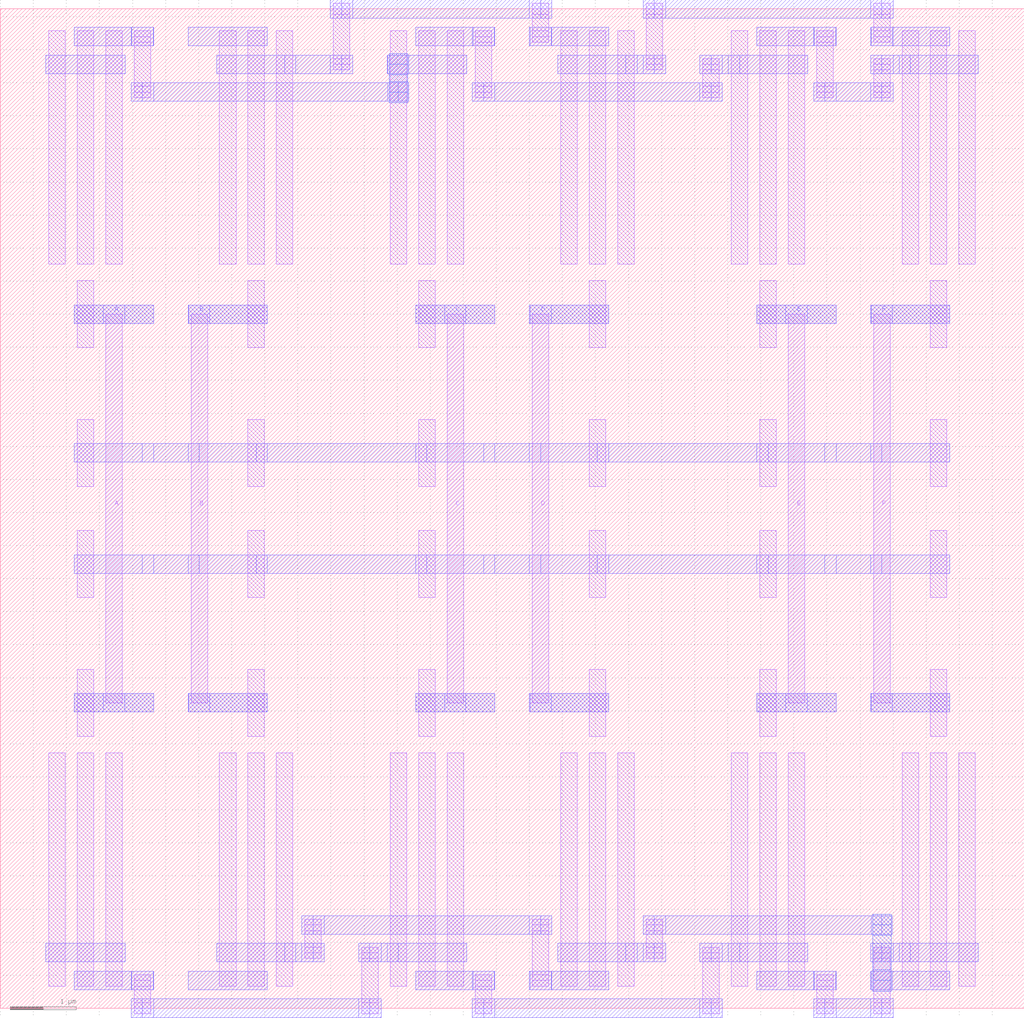
<source format=lef>
MACRO SECTION7
  ORIGIN 0 0 ;
  FOREIGN SECTION7 0 0 ;
  SIZE 15.48 BY 15.12 ;
  PIN C
    DIRECTION INOUT ;
    USE SIGNAL ;
    PORT 
      LAYER M2 ;
        RECT 6.28 4.48 7.48 4.76 ;
      LAYER M2 ;
        RECT 6.28 10.36 7.48 10.64 ;
      LAYER M2 ;
        RECT 6.72 4.48 7.04 4.76 ;
      LAYER M1 ;
        RECT 6.755 4.62 7.005 10.5 ;
      LAYER M2 ;
        RECT 6.72 10.36 7.04 10.64 ;
    END
  END C
  PIN E
    DIRECTION INOUT ;
    USE SIGNAL ;
    PORT 
      LAYER M2 ;
        RECT 11.44 4.48 12.64 4.76 ;
      LAYER M2 ;
        RECT 11.44 10.36 12.64 10.64 ;
      LAYER M2 ;
        RECT 11.88 4.48 12.2 4.76 ;
      LAYER M1 ;
        RECT 11.915 4.62 12.165 10.5 ;
      LAYER M2 ;
        RECT 11.88 10.36 12.2 10.64 ;
    END
  END E
  PIN D
    DIRECTION INOUT ;
    USE SIGNAL ;
    PORT 
      LAYER M2 ;
        RECT 8 4.48 9.2 4.76 ;
      LAYER M2 ;
        RECT 8 10.36 9.2 10.64 ;
      LAYER M2 ;
        RECT 8.01 4.48 8.33 4.76 ;
      LAYER M1 ;
        RECT 8.045 4.62 8.295 10.5 ;
      LAYER M2 ;
        RECT 8.01 10.36 8.33 10.64 ;
    END
  END D
  PIN F
    DIRECTION INOUT ;
    USE SIGNAL ;
    PORT 
      LAYER M2 ;
        RECT 13.16 4.48 14.36 4.76 ;
      LAYER M2 ;
        RECT 13.16 10.36 14.36 10.64 ;
      LAYER M2 ;
        RECT 13.17 4.48 13.49 4.76 ;
      LAYER M1 ;
        RECT 13.205 4.62 13.455 10.5 ;
      LAYER M2 ;
        RECT 13.17 10.36 13.49 10.64 ;
    END
  END F
  PIN A
    DIRECTION INOUT ;
    USE SIGNAL ;
    PORT 
      LAYER M2 ;
        RECT 1.12 4.48 2.32 4.76 ;
      LAYER M2 ;
        RECT 1.12 10.36 2.32 10.64 ;
      LAYER M2 ;
        RECT 1.56 4.48 1.88 4.76 ;
      LAYER M1 ;
        RECT 1.595 4.62 1.845 10.5 ;
      LAYER M2 ;
        RECT 1.56 10.36 1.88 10.64 ;
    END
  END A
  PIN B
    DIRECTION INOUT ;
    USE SIGNAL ;
    PORT 
      LAYER M2 ;
        RECT 2.84 4.48 4.04 4.76 ;
      LAYER M2 ;
        RECT 2.84 10.36 4.04 10.64 ;
      LAYER M2 ;
        RECT 2.85 4.48 3.17 4.76 ;
      LAYER M1 ;
        RECT 2.885 4.62 3.135 10.5 ;
      LAYER M2 ;
        RECT 2.85 10.36 3.17 10.64 ;
    END
  END B
  OBS 
  LAYER M2 ;
        RECT 1.12 6.58 2.32 6.86 ;
  LAYER M2 ;
        RECT 2.84 6.58 4.04 6.86 ;
  LAYER M2 ;
        RECT 6.28 6.58 7.48 6.86 ;
  LAYER M2 ;
        RECT 8 6.58 9.2 6.86 ;
  LAYER M2 ;
        RECT 11.44 6.58 12.64 6.86 ;
  LAYER M2 ;
        RECT 13.16 6.58 14.36 6.86 ;
  LAYER M2 ;
        RECT 2.15 6.58 3.01 6.86 ;
  LAYER M2 ;
        RECT 3.87 6.58 6.45 6.86 ;
  LAYER M2 ;
        RECT 7.31 6.58 8.17 6.86 ;
  LAYER M2 ;
        RECT 9.03 6.58 11.61 6.86 ;
  LAYER M2 ;
        RECT 12.47 6.58 13.33 6.86 ;
  LAYER M2 ;
        RECT 6.28 0.28 7.48 0.56 ;
  LAYER M2 ;
        RECT 11.01 0.7 12.21 0.98 ;
  LAYER M2 ;
        RECT 7.15 0.28 7.47 0.56 ;
  LAYER M1 ;
        RECT 7.185 0 7.435 0.42 ;
  LAYER M2 ;
        RECT 7.31 -0.14 10.75 0.14 ;
  LAYER M1 ;
        RECT 10.625 0 10.875 0.84 ;
  LAYER M2 ;
        RECT 10.75 0.7 11.18 0.98 ;
  LAYER M1 ;
        RECT 7.185 -0.085 7.435 0.085 ;
  LAYER M2 ;
        RECT 7.14 -0.14 7.48 0.14 ;
  LAYER M1 ;
        RECT 7.185 0.335 7.435 0.505 ;
  LAYER M2 ;
        RECT 7.14 0.28 7.48 0.56 ;
  LAYER M1 ;
        RECT 10.625 -0.085 10.875 0.085 ;
  LAYER M2 ;
        RECT 10.58 -0.14 10.92 0.14 ;
  LAYER M1 ;
        RECT 10.625 0.755 10.875 0.925 ;
  LAYER M2 ;
        RECT 10.58 0.7 10.92 0.98 ;
  LAYER M1 ;
        RECT 7.185 -0.085 7.435 0.085 ;
  LAYER M2 ;
        RECT 7.14 -0.14 7.48 0.14 ;
  LAYER M1 ;
        RECT 7.185 0.335 7.435 0.505 ;
  LAYER M2 ;
        RECT 7.14 0.28 7.48 0.56 ;
  LAYER M1 ;
        RECT 10.625 -0.085 10.875 0.085 ;
  LAYER M2 ;
        RECT 10.58 -0.14 10.92 0.14 ;
  LAYER M1 ;
        RECT 10.625 0.755 10.875 0.925 ;
  LAYER M2 ;
        RECT 10.58 0.7 10.92 0.98 ;
  LAYER M2 ;
        RECT 1.12 0.28 2.32 0.56 ;
  LAYER M2 ;
        RECT 5.85 0.7 7.05 0.98 ;
  LAYER M2 ;
        RECT 1.99 0.28 2.31 0.56 ;
  LAYER M1 ;
        RECT 2.025 0 2.275 0.42 ;
  LAYER M2 ;
        RECT 2.15 -0.14 5.59 0.14 ;
  LAYER M1 ;
        RECT 5.465 0 5.715 0.84 ;
  LAYER M2 ;
        RECT 5.59 0.7 6.02 0.98 ;
  LAYER M1 ;
        RECT 2.025 -0.085 2.275 0.085 ;
  LAYER M2 ;
        RECT 1.98 -0.14 2.32 0.14 ;
  LAYER M1 ;
        RECT 2.025 0.335 2.275 0.505 ;
  LAYER M2 ;
        RECT 1.98 0.28 2.32 0.56 ;
  LAYER M1 ;
        RECT 5.465 -0.085 5.715 0.085 ;
  LAYER M2 ;
        RECT 5.42 -0.14 5.76 0.14 ;
  LAYER M1 ;
        RECT 5.465 0.755 5.715 0.925 ;
  LAYER M2 ;
        RECT 5.42 0.7 5.76 0.98 ;
  LAYER M1 ;
        RECT 2.025 -0.085 2.275 0.085 ;
  LAYER M2 ;
        RECT 1.98 -0.14 2.32 0.14 ;
  LAYER M1 ;
        RECT 2.025 0.335 2.275 0.505 ;
  LAYER M2 ;
        RECT 1.98 0.28 2.32 0.56 ;
  LAYER M1 ;
        RECT 5.465 -0.085 5.715 0.085 ;
  LAYER M2 ;
        RECT 5.42 -0.14 5.76 0.14 ;
  LAYER M1 ;
        RECT 5.465 0.755 5.715 0.925 ;
  LAYER M2 ;
        RECT 5.42 0.7 5.76 0.98 ;
  LAYER M2 ;
        RECT 11.44 0.28 12.64 0.56 ;
  LAYER M2 ;
        RECT 13.59 0.7 14.79 0.98 ;
  LAYER M2 ;
        RECT 12.31 0.28 12.63 0.56 ;
  LAYER M1 ;
        RECT 12.345 0 12.595 0.42 ;
  LAYER M2 ;
        RECT 12.47 -0.14 13.33 0.14 ;
  LAYER M1 ;
        RECT 13.205 0 13.455 0.84 ;
  LAYER M2 ;
        RECT 13.33 0.7 13.76 0.98 ;
  LAYER M1 ;
        RECT 12.345 -0.085 12.595 0.085 ;
  LAYER M2 ;
        RECT 12.3 -0.14 12.64 0.14 ;
  LAYER M1 ;
        RECT 12.345 0.335 12.595 0.505 ;
  LAYER M2 ;
        RECT 12.3 0.28 12.64 0.56 ;
  LAYER M1 ;
        RECT 13.205 -0.085 13.455 0.085 ;
  LAYER M2 ;
        RECT 13.16 -0.14 13.5 0.14 ;
  LAYER M1 ;
        RECT 13.205 0.755 13.455 0.925 ;
  LAYER M2 ;
        RECT 13.16 0.7 13.5 0.98 ;
  LAYER M1 ;
        RECT 12.345 -0.085 12.595 0.085 ;
  LAYER M2 ;
        RECT 12.3 -0.14 12.64 0.14 ;
  LAYER M1 ;
        RECT 12.345 0.335 12.595 0.505 ;
  LAYER M2 ;
        RECT 12.3 0.28 12.64 0.56 ;
  LAYER M1 ;
        RECT 13.205 -0.085 13.455 0.085 ;
  LAYER M2 ;
        RECT 13.16 -0.14 13.5 0.14 ;
  LAYER M1 ;
        RECT 13.205 0.755 13.455 0.925 ;
  LAYER M2 ;
        RECT 13.16 0.7 13.5 0.98 ;
  LAYER M2 ;
        RECT 3.27 0.7 4.47 0.98 ;
  LAYER M2 ;
        RECT 8 0.28 9.2 0.56 ;
  LAYER M2 ;
        RECT 4.3 0.7 4.73 0.98 ;
  LAYER M1 ;
        RECT 4.605 0.84 4.855 1.26 ;
  LAYER M2 ;
        RECT 4.73 1.12 8.17 1.4 ;
  LAYER M1 ;
        RECT 8.045 0.42 8.295 1.26 ;
  LAYER M2 ;
        RECT 8.01 0.28 8.33 0.56 ;
  LAYER M1 ;
        RECT 4.605 0.755 4.855 0.925 ;
  LAYER M2 ;
        RECT 4.56 0.7 4.9 0.98 ;
  LAYER M1 ;
        RECT 4.605 1.175 4.855 1.345 ;
  LAYER M2 ;
        RECT 4.56 1.12 4.9 1.4 ;
  LAYER M1 ;
        RECT 8.045 0.335 8.295 0.505 ;
  LAYER M2 ;
        RECT 8 0.28 8.34 0.56 ;
  LAYER M1 ;
        RECT 8.045 1.175 8.295 1.345 ;
  LAYER M2 ;
        RECT 8 1.12 8.34 1.4 ;
  LAYER M1 ;
        RECT 4.605 0.755 4.855 0.925 ;
  LAYER M2 ;
        RECT 4.56 0.7 4.9 0.98 ;
  LAYER M1 ;
        RECT 4.605 1.175 4.855 1.345 ;
  LAYER M2 ;
        RECT 4.56 1.12 4.9 1.4 ;
  LAYER M1 ;
        RECT 8.045 0.335 8.295 0.505 ;
  LAYER M2 ;
        RECT 8 0.28 8.34 0.56 ;
  LAYER M1 ;
        RECT 8.045 1.175 8.295 1.345 ;
  LAYER M2 ;
        RECT 8 1.12 8.34 1.4 ;
  LAYER M2 ;
        RECT 8.43 0.7 9.63 0.98 ;
  LAYER M2 ;
        RECT 13.16 0.28 14.36 0.56 ;
  LAYER M2 ;
        RECT 9.46 0.7 9.89 0.98 ;
  LAYER M1 ;
        RECT 9.765 0.84 10.015 1.26 ;
  LAYER M2 ;
        RECT 9.89 1.12 13.33 1.4 ;
  LAYER M3 ;
        RECT 13.19 0.42 13.47 1.26 ;
  LAYER M2 ;
        RECT 13.17 0.28 13.49 0.56 ;
  LAYER M1 ;
        RECT 9.765 0.755 10.015 0.925 ;
  LAYER M2 ;
        RECT 9.72 0.7 10.06 0.98 ;
  LAYER M1 ;
        RECT 9.765 1.175 10.015 1.345 ;
  LAYER M2 ;
        RECT 9.72 1.12 10.06 1.4 ;
  LAYER M2 ;
        RECT 13.17 0.28 13.49 0.56 ;
  LAYER M3 ;
        RECT 13.19 0.26 13.47 0.58 ;
  LAYER M2 ;
        RECT 13.17 1.12 13.49 1.4 ;
  LAYER M3 ;
        RECT 13.19 1.1 13.47 1.42 ;
  LAYER M1 ;
        RECT 9.765 0.755 10.015 0.925 ;
  LAYER M2 ;
        RECT 9.72 0.7 10.06 0.98 ;
  LAYER M1 ;
        RECT 9.765 1.175 10.015 1.345 ;
  LAYER M2 ;
        RECT 9.72 1.12 10.06 1.4 ;
  LAYER M2 ;
        RECT 13.17 0.28 13.49 0.56 ;
  LAYER M3 ;
        RECT 13.19 0.26 13.47 0.58 ;
  LAYER M2 ;
        RECT 13.17 1.12 13.49 1.4 ;
  LAYER M3 ;
        RECT 13.19 1.1 13.47 1.42 ;
  LAYER M2 ;
        RECT 0.69 0.7 1.89 0.98 ;
  LAYER M2 ;
        RECT 2.84 0.28 4.04 0.56 ;
  LAYER M2 ;
        RECT 1.12 8.26 2.32 8.54 ;
  LAYER M2 ;
        RECT 2.84 8.26 4.04 8.54 ;
  LAYER M2 ;
        RECT 6.28 8.26 7.48 8.54 ;
  LAYER M2 ;
        RECT 8 8.26 9.2 8.54 ;
  LAYER M2 ;
        RECT 11.44 8.26 12.64 8.54 ;
  LAYER M2 ;
        RECT 13.16 8.26 14.36 8.54 ;
  LAYER M2 ;
        RECT 2.15 8.26 3.01 8.54 ;
  LAYER M2 ;
        RECT 3.87 8.26 6.45 8.54 ;
  LAYER M2 ;
        RECT 7.31 8.26 8.17 8.54 ;
  LAYER M2 ;
        RECT 9.03 8.26 11.61 8.54 ;
  LAYER M2 ;
        RECT 12.47 8.26 13.33 8.54 ;
  LAYER M2 ;
        RECT 11.44 14.56 12.64 14.84 ;
  LAYER M2 ;
        RECT 13.59 14.14 14.79 14.42 ;
  LAYER M2 ;
        RECT 12.31 14.56 12.63 14.84 ;
  LAYER M1 ;
        RECT 12.345 13.86 12.595 14.7 ;
  LAYER M2 ;
        RECT 12.47 13.72 13.33 14 ;
  LAYER M1 ;
        RECT 13.205 13.86 13.455 14.28 ;
  LAYER M2 ;
        RECT 13.33 14.14 13.76 14.42 ;
  LAYER M1 ;
        RECT 12.345 13.775 12.595 13.945 ;
  LAYER M2 ;
        RECT 12.3 13.72 12.64 14 ;
  LAYER M1 ;
        RECT 12.345 14.615 12.595 14.785 ;
  LAYER M2 ;
        RECT 12.3 14.56 12.64 14.84 ;
  LAYER M1 ;
        RECT 13.205 13.775 13.455 13.945 ;
  LAYER M2 ;
        RECT 13.16 13.72 13.5 14 ;
  LAYER M1 ;
        RECT 13.205 14.195 13.455 14.365 ;
  LAYER M2 ;
        RECT 13.16 14.14 13.5 14.42 ;
  LAYER M1 ;
        RECT 12.345 13.775 12.595 13.945 ;
  LAYER M2 ;
        RECT 12.3 13.72 12.64 14 ;
  LAYER M1 ;
        RECT 12.345 14.615 12.595 14.785 ;
  LAYER M2 ;
        RECT 12.3 14.56 12.64 14.84 ;
  LAYER M1 ;
        RECT 13.205 13.775 13.455 13.945 ;
  LAYER M2 ;
        RECT 13.16 13.72 13.5 14 ;
  LAYER M1 ;
        RECT 13.205 14.195 13.455 14.365 ;
  LAYER M2 ;
        RECT 13.16 14.14 13.5 14.42 ;
  LAYER M2 ;
        RECT 6.28 14.56 7.48 14.84 ;
  LAYER M2 ;
        RECT 11.01 14.14 12.21 14.42 ;
  LAYER M2 ;
        RECT 7.15 14.56 7.47 14.84 ;
  LAYER M1 ;
        RECT 7.185 13.86 7.435 14.7 ;
  LAYER M2 ;
        RECT 7.31 13.72 10.75 14 ;
  LAYER M1 ;
        RECT 10.625 13.86 10.875 14.28 ;
  LAYER M2 ;
        RECT 10.75 14.14 11.18 14.42 ;
  LAYER M1 ;
        RECT 7.185 13.775 7.435 13.945 ;
  LAYER M2 ;
        RECT 7.14 13.72 7.48 14 ;
  LAYER M1 ;
        RECT 7.185 14.615 7.435 14.785 ;
  LAYER M2 ;
        RECT 7.14 14.56 7.48 14.84 ;
  LAYER M1 ;
        RECT 10.625 13.775 10.875 13.945 ;
  LAYER M2 ;
        RECT 10.58 13.72 10.92 14 ;
  LAYER M1 ;
        RECT 10.625 14.195 10.875 14.365 ;
  LAYER M2 ;
        RECT 10.58 14.14 10.92 14.42 ;
  LAYER M1 ;
        RECT 7.185 13.775 7.435 13.945 ;
  LAYER M2 ;
        RECT 7.14 13.72 7.48 14 ;
  LAYER M1 ;
        RECT 7.185 14.615 7.435 14.785 ;
  LAYER M2 ;
        RECT 7.14 14.56 7.48 14.84 ;
  LAYER M1 ;
        RECT 10.625 13.775 10.875 13.945 ;
  LAYER M2 ;
        RECT 10.58 13.72 10.92 14 ;
  LAYER M1 ;
        RECT 10.625 14.195 10.875 14.365 ;
  LAYER M2 ;
        RECT 10.58 14.14 10.92 14.42 ;
  LAYER M2 ;
        RECT 2.84 14.56 4.04 14.84 ;
  LAYER M2 ;
        RECT 3.27 14.14 4.47 14.42 ;
  LAYER M2 ;
        RECT 8 14.56 9.2 14.84 ;
  LAYER M2 ;
        RECT 4.3 14.14 5.16 14.42 ;
  LAYER M1 ;
        RECT 5.035 14.28 5.285 15.12 ;
  LAYER M2 ;
        RECT 5.16 14.98 8.17 15.26 ;
  LAYER M1 ;
        RECT 8.045 14.7 8.295 15.12 ;
  LAYER M2 ;
        RECT 8.01 14.56 8.33 14.84 ;
  LAYER M1 ;
        RECT 5.035 14.195 5.285 14.365 ;
  LAYER M2 ;
        RECT 4.99 14.14 5.33 14.42 ;
  LAYER M1 ;
        RECT 5.035 15.035 5.285 15.205 ;
  LAYER M2 ;
        RECT 4.99 14.98 5.33 15.26 ;
  LAYER M1 ;
        RECT 8.045 14.615 8.295 14.785 ;
  LAYER M2 ;
        RECT 8 14.56 8.34 14.84 ;
  LAYER M1 ;
        RECT 8.045 15.035 8.295 15.205 ;
  LAYER M2 ;
        RECT 8 14.98 8.34 15.26 ;
  LAYER M1 ;
        RECT 5.035 14.195 5.285 14.365 ;
  LAYER M2 ;
        RECT 4.99 14.14 5.33 14.42 ;
  LAYER M1 ;
        RECT 5.035 15.035 5.285 15.205 ;
  LAYER M2 ;
        RECT 4.99 14.98 5.33 15.26 ;
  LAYER M1 ;
        RECT 8.045 14.615 8.295 14.785 ;
  LAYER M2 ;
        RECT 8 14.56 8.34 14.84 ;
  LAYER M1 ;
        RECT 8.045 15.035 8.295 15.205 ;
  LAYER M2 ;
        RECT 8 14.98 8.34 15.26 ;
  LAYER M2 ;
        RECT 1.12 14.56 2.32 14.84 ;
  LAYER M2 ;
        RECT 5.85 14.14 7.05 14.42 ;
  LAYER M2 ;
        RECT 1.99 14.56 2.31 14.84 ;
  LAYER M1 ;
        RECT 2.025 13.86 2.275 14.7 ;
  LAYER M2 ;
        RECT 2.15 13.72 6.02 14 ;
  LAYER M3 ;
        RECT 5.88 13.86 6.16 14.28 ;
  LAYER M2 ;
        RECT 5.86 14.14 6.18 14.42 ;
  LAYER M1 ;
        RECT 2.025 13.775 2.275 13.945 ;
  LAYER M2 ;
        RECT 1.98 13.72 2.32 14 ;
  LAYER M1 ;
        RECT 2.025 14.615 2.275 14.785 ;
  LAYER M2 ;
        RECT 1.98 14.56 2.32 14.84 ;
  LAYER M2 ;
        RECT 5.86 13.72 6.18 14 ;
  LAYER M3 ;
        RECT 5.88 13.7 6.16 14.02 ;
  LAYER M2 ;
        RECT 5.86 14.14 6.18 14.42 ;
  LAYER M3 ;
        RECT 5.88 14.12 6.16 14.44 ;
  LAYER M1 ;
        RECT 2.025 13.775 2.275 13.945 ;
  LAYER M2 ;
        RECT 1.98 13.72 2.32 14 ;
  LAYER M1 ;
        RECT 2.025 14.615 2.275 14.785 ;
  LAYER M2 ;
        RECT 1.98 14.56 2.32 14.84 ;
  LAYER M2 ;
        RECT 5.86 13.72 6.18 14 ;
  LAYER M3 ;
        RECT 5.88 13.7 6.16 14.02 ;
  LAYER M2 ;
        RECT 5.86 14.14 6.18 14.42 ;
  LAYER M3 ;
        RECT 5.88 14.12 6.16 14.44 ;
  LAYER M2 ;
        RECT 8.43 14.14 9.63 14.42 ;
  LAYER M2 ;
        RECT 13.16 14.56 14.36 14.84 ;
  LAYER M2 ;
        RECT 9.46 14.14 9.89 14.42 ;
  LAYER M1 ;
        RECT 9.765 14.28 10.015 15.12 ;
  LAYER M2 ;
        RECT 9.89 14.98 13.33 15.26 ;
  LAYER M1 ;
        RECT 13.205 14.7 13.455 15.12 ;
  LAYER M2 ;
        RECT 13.17 14.56 13.49 14.84 ;
  LAYER M1 ;
        RECT 9.765 14.195 10.015 14.365 ;
  LAYER M2 ;
        RECT 9.72 14.14 10.06 14.42 ;
  LAYER M1 ;
        RECT 9.765 15.035 10.015 15.205 ;
  LAYER M2 ;
        RECT 9.72 14.98 10.06 15.26 ;
  LAYER M1 ;
        RECT 13.205 14.615 13.455 14.785 ;
  LAYER M2 ;
        RECT 13.16 14.56 13.5 14.84 ;
  LAYER M1 ;
        RECT 13.205 15.035 13.455 15.205 ;
  LAYER M2 ;
        RECT 13.16 14.98 13.5 15.26 ;
  LAYER M1 ;
        RECT 9.765 14.195 10.015 14.365 ;
  LAYER M2 ;
        RECT 9.72 14.14 10.06 14.42 ;
  LAYER M1 ;
        RECT 9.765 15.035 10.015 15.205 ;
  LAYER M2 ;
        RECT 9.72 14.98 10.06 15.26 ;
  LAYER M1 ;
        RECT 13.205 14.615 13.455 14.785 ;
  LAYER M2 ;
        RECT 13.16 14.56 13.5 14.84 ;
  LAYER M1 ;
        RECT 13.205 15.035 13.455 15.205 ;
  LAYER M2 ;
        RECT 13.16 14.98 13.5 15.26 ;
  LAYER M2 ;
        RECT 0.69 14.14 1.89 14.42 ;
  LAYER M1 ;
        RECT 6.325 0.335 6.575 3.865 ;
  LAYER M1 ;
        RECT 6.325 4.115 6.575 5.125 ;
  LAYER M1 ;
        RECT 6.325 6.215 6.575 7.225 ;
  LAYER M1 ;
        RECT 6.755 0.335 7.005 3.865 ;
  LAYER M1 ;
        RECT 5.895 0.335 6.145 3.865 ;
  LAYER M2 ;
        RECT 6.28 6.58 7.48 6.86 ;
  LAYER M2 ;
        RECT 6.28 0.28 7.48 0.56 ;
  LAYER M2 ;
        RECT 6.28 4.48 7.48 4.76 ;
  LAYER M2 ;
        RECT 5.85 0.7 7.05 0.98 ;
  LAYER M1 ;
        RECT 11.485 0.335 11.735 3.865 ;
  LAYER M1 ;
        RECT 11.485 4.115 11.735 5.125 ;
  LAYER M1 ;
        RECT 11.485 6.215 11.735 7.225 ;
  LAYER M1 ;
        RECT 11.915 0.335 12.165 3.865 ;
  LAYER M1 ;
        RECT 11.055 0.335 11.305 3.865 ;
  LAYER M2 ;
        RECT 11.44 6.58 12.64 6.86 ;
  LAYER M2 ;
        RECT 11.44 0.28 12.64 0.56 ;
  LAYER M2 ;
        RECT 11.44 4.48 12.64 4.76 ;
  LAYER M2 ;
        RECT 11.01 0.7 12.21 0.98 ;
  LAYER M1 ;
        RECT 8.905 0.335 9.155 3.865 ;
  LAYER M1 ;
        RECT 8.905 4.115 9.155 5.125 ;
  LAYER M1 ;
        RECT 8.905 6.215 9.155 7.225 ;
  LAYER M1 ;
        RECT 8.475 0.335 8.725 3.865 ;
  LAYER M1 ;
        RECT 9.335 0.335 9.585 3.865 ;
  LAYER M2 ;
        RECT 8 6.58 9.2 6.86 ;
  LAYER M2 ;
        RECT 8 0.28 9.2 0.56 ;
  LAYER M2 ;
        RECT 8 4.48 9.2 4.76 ;
  LAYER M2 ;
        RECT 8.43 0.7 9.63 0.98 ;
  LAYER M1 ;
        RECT 14.065 0.335 14.315 3.865 ;
  LAYER M1 ;
        RECT 14.065 4.115 14.315 5.125 ;
  LAYER M1 ;
        RECT 14.065 6.215 14.315 7.225 ;
  LAYER M1 ;
        RECT 13.635 0.335 13.885 3.865 ;
  LAYER M1 ;
        RECT 14.495 0.335 14.745 3.865 ;
  LAYER M2 ;
        RECT 13.16 6.58 14.36 6.86 ;
  LAYER M2 ;
        RECT 13.16 0.28 14.36 0.56 ;
  LAYER M2 ;
        RECT 13.16 4.48 14.36 4.76 ;
  LAYER M2 ;
        RECT 13.59 0.7 14.79 0.98 ;
  LAYER M1 ;
        RECT 1.165 0.335 1.415 3.865 ;
  LAYER M1 ;
        RECT 1.165 4.115 1.415 5.125 ;
  LAYER M1 ;
        RECT 1.165 6.215 1.415 7.225 ;
  LAYER M1 ;
        RECT 1.595 0.335 1.845 3.865 ;
  LAYER M1 ;
        RECT 0.735 0.335 0.985 3.865 ;
  LAYER M2 ;
        RECT 1.12 6.58 2.32 6.86 ;
  LAYER M2 ;
        RECT 1.12 0.28 2.32 0.56 ;
  LAYER M2 ;
        RECT 1.12 4.48 2.32 4.76 ;
  LAYER M2 ;
        RECT 0.69 0.7 1.89 0.98 ;
  LAYER M1 ;
        RECT 3.745 0.335 3.995 3.865 ;
  LAYER M1 ;
        RECT 3.745 4.115 3.995 5.125 ;
  LAYER M1 ;
        RECT 3.745 6.215 3.995 7.225 ;
  LAYER M1 ;
        RECT 3.315 0.335 3.565 3.865 ;
  LAYER M1 ;
        RECT 4.175 0.335 4.425 3.865 ;
  LAYER M2 ;
        RECT 2.84 6.58 4.04 6.86 ;
  LAYER M2 ;
        RECT 2.84 0.28 4.04 0.56 ;
  LAYER M2 ;
        RECT 2.84 4.48 4.04 4.76 ;
  LAYER M2 ;
        RECT 3.27 0.7 4.47 0.98 ;
  LAYER M1 ;
        RECT 11.485 11.255 11.735 14.785 ;
  LAYER M1 ;
        RECT 11.485 9.995 11.735 11.005 ;
  LAYER M1 ;
        RECT 11.485 7.895 11.735 8.905 ;
  LAYER M1 ;
        RECT 11.915 11.255 12.165 14.785 ;
  LAYER M1 ;
        RECT 11.055 11.255 11.305 14.785 ;
  LAYER M2 ;
        RECT 11.44 8.26 12.64 8.54 ;
  LAYER M2 ;
        RECT 11.44 14.56 12.64 14.84 ;
  LAYER M2 ;
        RECT 11.44 10.36 12.64 10.64 ;
  LAYER M2 ;
        RECT 11.01 14.14 12.21 14.42 ;
  LAYER M1 ;
        RECT 3.745 11.255 3.995 14.785 ;
  LAYER M1 ;
        RECT 3.745 9.995 3.995 11.005 ;
  LAYER M1 ;
        RECT 3.745 7.895 3.995 8.905 ;
  LAYER M1 ;
        RECT 3.315 11.255 3.565 14.785 ;
  LAYER M1 ;
        RECT 4.175 11.255 4.425 14.785 ;
  LAYER M2 ;
        RECT 2.84 8.26 4.04 8.54 ;
  LAYER M2 ;
        RECT 2.84 14.56 4.04 14.84 ;
  LAYER M2 ;
        RECT 2.84 10.36 4.04 10.64 ;
  LAYER M2 ;
        RECT 3.27 14.14 4.47 14.42 ;
  LAYER M1 ;
        RECT 6.325 11.255 6.575 14.785 ;
  LAYER M1 ;
        RECT 6.325 9.995 6.575 11.005 ;
  LAYER M1 ;
        RECT 6.325 7.895 6.575 8.905 ;
  LAYER M1 ;
        RECT 6.755 11.255 7.005 14.785 ;
  LAYER M1 ;
        RECT 5.895 11.255 6.145 14.785 ;
  LAYER M2 ;
        RECT 6.28 8.26 7.48 8.54 ;
  LAYER M2 ;
        RECT 6.28 14.56 7.48 14.84 ;
  LAYER M2 ;
        RECT 6.28 10.36 7.48 10.64 ;
  LAYER M2 ;
        RECT 5.85 14.14 7.05 14.42 ;
  LAYER M1 ;
        RECT 8.905 11.255 9.155 14.785 ;
  LAYER M1 ;
        RECT 8.905 9.995 9.155 11.005 ;
  LAYER M1 ;
        RECT 8.905 7.895 9.155 8.905 ;
  LAYER M1 ;
        RECT 8.475 11.255 8.725 14.785 ;
  LAYER M1 ;
        RECT 9.335 11.255 9.585 14.785 ;
  LAYER M2 ;
        RECT 8 8.26 9.2 8.54 ;
  LAYER M2 ;
        RECT 8 14.56 9.2 14.84 ;
  LAYER M2 ;
        RECT 8 10.36 9.2 10.64 ;
  LAYER M2 ;
        RECT 8.43 14.14 9.63 14.42 ;
  LAYER M1 ;
        RECT 14.065 11.255 14.315 14.785 ;
  LAYER M1 ;
        RECT 14.065 9.995 14.315 11.005 ;
  LAYER M1 ;
        RECT 14.065 7.895 14.315 8.905 ;
  LAYER M1 ;
        RECT 13.635 11.255 13.885 14.785 ;
  LAYER M1 ;
        RECT 14.495 11.255 14.745 14.785 ;
  LAYER M2 ;
        RECT 13.16 8.26 14.36 8.54 ;
  LAYER M2 ;
        RECT 13.16 14.56 14.36 14.84 ;
  LAYER M2 ;
        RECT 13.16 10.36 14.36 10.64 ;
  LAYER M2 ;
        RECT 13.59 14.14 14.79 14.42 ;
  LAYER M1 ;
        RECT 1.165 11.255 1.415 14.785 ;
  LAYER M1 ;
        RECT 1.165 9.995 1.415 11.005 ;
  LAYER M1 ;
        RECT 1.165 7.895 1.415 8.905 ;
  LAYER M1 ;
        RECT 1.595 11.255 1.845 14.785 ;
  LAYER M1 ;
        RECT 0.735 11.255 0.985 14.785 ;
  LAYER M2 ;
        RECT 1.12 8.26 2.32 8.54 ;
  LAYER M2 ;
        RECT 1.12 14.56 2.32 14.84 ;
  LAYER M2 ;
        RECT 1.12 10.36 2.32 10.64 ;
  LAYER M2 ;
        RECT 0.69 14.14 1.89 14.42 ;
  END 
END SECTION7

</source>
